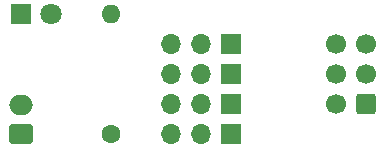
<source format=gbr>
%TF.GenerationSoftware,KiCad,Pcbnew,7.0.7*%
%TF.CreationDate,2024-12-21T21:28:54+01:00*%
%TF.ProjectId,servo_board,73657276-6f5f-4626-9f61-72642e6b6963,1.0*%
%TF.SameCoordinates,Original*%
%TF.FileFunction,Soldermask,Top*%
%TF.FilePolarity,Negative*%
%FSLAX46Y46*%
G04 Gerber Fmt 4.6, Leading zero omitted, Abs format (unit mm)*
G04 Created by KiCad (PCBNEW 7.0.7) date 2024-12-21 21:28:54*
%MOMM*%
%LPD*%
G01*
G04 APERTURE LIST*
G04 Aperture macros list*
%AMRoundRect*
0 Rectangle with rounded corners*
0 $1 Rounding radius*
0 $2 $3 $4 $5 $6 $7 $8 $9 X,Y pos of 4 corners*
0 Add a 4 corners polygon primitive as box body*
4,1,4,$2,$3,$4,$5,$6,$7,$8,$9,$2,$3,0*
0 Add four circle primitives for the rounded corners*
1,1,$1+$1,$2,$3*
1,1,$1+$1,$4,$5*
1,1,$1+$1,$6,$7*
1,1,$1+$1,$8,$9*
0 Add four rect primitives between the rounded corners*
20,1,$1+$1,$2,$3,$4,$5,0*
20,1,$1+$1,$4,$5,$6,$7,0*
20,1,$1+$1,$6,$7,$8,$9,0*
20,1,$1+$1,$8,$9,$2,$3,0*%
G04 Aperture macros list end*
%ADD10C,1.600000*%
%ADD11O,1.600000X1.600000*%
%ADD12RoundRect,0.250000X0.750000X-0.600000X0.750000X0.600000X-0.750000X0.600000X-0.750000X-0.600000X0*%
%ADD13O,2.000000X1.700000*%
%ADD14R,1.700000X1.700000*%
%ADD15O,1.700000X1.700000*%
%ADD16RoundRect,0.250000X0.600000X0.600000X-0.600000X0.600000X-0.600000X-0.600000X0.600000X-0.600000X0*%
%ADD17C,1.700000*%
%ADD18R,1.800000X1.800000*%
%ADD19C,1.800000*%
G04 APERTURE END LIST*
D10*
%TO.C,R1 220R*%
X90170000Y-66040000D03*
D11*
X90170000Y-55880000D03*
%TD*%
D12*
%TO.C,J6 XH*%
X82550000Y-66040000D03*
D13*
X82550000Y-63540000D03*
%TD*%
D14*
%TO.C,J5*%
X100330000Y-58420000D03*
D15*
X97790000Y-58420000D03*
X95250000Y-58420000D03*
%TD*%
D14*
%TO.C,J4*%
X100330000Y-60960000D03*
D15*
X97790000Y-60960000D03*
X95250000Y-60960000D03*
%TD*%
D14*
%TO.C,J3*%
X100330000Y-63500000D03*
D15*
X97790000Y-63500000D03*
X95250000Y-63500000D03*
%TD*%
%TO.C,J2*%
X95250000Y-66040000D03*
X97790000Y-66040000D03*
D14*
X100330000Y-66040000D03*
%TD*%
D16*
%TO.C,J1 box*%
X111760000Y-63500000D03*
D17*
X109220000Y-63500000D03*
X111760000Y-60960000D03*
X109220000Y-60960000D03*
X111760000Y-58420000D03*
X109220000Y-58420000D03*
%TD*%
D18*
%TO.C,D1 led*%
X82550000Y-55880000D03*
D19*
X85090000Y-55880000D03*
%TD*%
M02*

</source>
